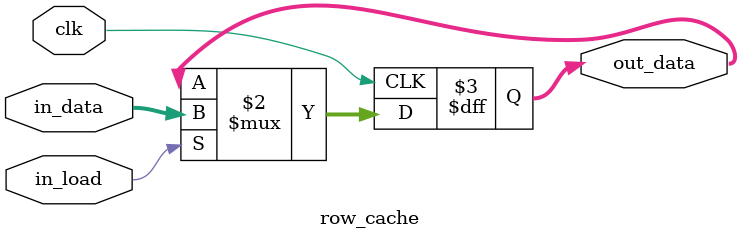
<source format=v>
module row_cache (
    input clk,
    input [511:0] in_data,
    input in_load,
    output reg [511:0] out_data
);
  always @(posedge clk) begin
     out_data = in_load ? in_data : out_data;
  end
endmodule

</source>
